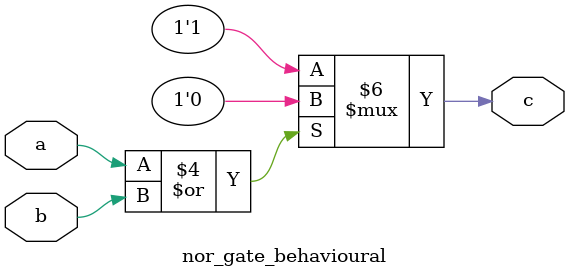
<source format=sv>
/* Behavioural style. */

module nor_gate_behavioural (
    input a, b,
    output logic c
);
    always_comb begin
        if (a == 1'b1 | b == 1'b1)
            c = 1'b0;
        else
            c = 1'b1;
    end
endmodule : nor_gate_behavioural


/* End of file. */

</source>
